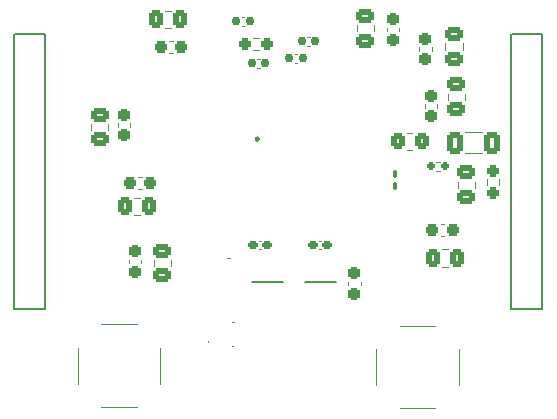
<source format=gto>
G04 #@! TF.GenerationSoftware,KiCad,Pcbnew,8.0.0-rc1-6-gb7460f29b4*
G04 #@! TF.CreationDate,2025-03-10T21:44:44+01:00*
G04 #@! TF.ProjectId,LO_daughter,4c4f5f64-6175-4676-9874-65722e6b6963,rev?*
G04 #@! TF.SameCoordinates,Original*
G04 #@! TF.FileFunction,Legend,Top*
G04 #@! TF.FilePolarity,Positive*
%FSLAX46Y46*%
G04 Gerber Fmt 4.6, Leading zero omitted, Abs format (unit mm)*
G04 Created by KiCad (PCBNEW 8.0.0-rc1-6-gb7460f29b4) date 2025-03-10 21:44:44*
%MOMM*%
%LPD*%
G01*
G04 APERTURE LIST*
G04 Aperture macros list*
%AMRoundRect*
0 Rectangle with rounded corners*
0 $1 Rounding radius*
0 $2 $3 $4 $5 $6 $7 $8 $9 X,Y pos of 4 corners*
0 Add a 4 corners polygon primitive as box body*
4,1,4,$2,$3,$4,$5,$6,$7,$8,$9,$2,$3,0*
0 Add four circle primitives for the rounded corners*
1,1,$1+$1,$2,$3*
1,1,$1+$1,$4,$5*
1,1,$1+$1,$6,$7*
1,1,$1+$1,$8,$9*
0 Add four rect primitives between the rounded corners*
20,1,$1+$1,$2,$3,$4,$5,0*
20,1,$1+$1,$4,$5,$6,$7,0*
20,1,$1+$1,$6,$7,$8,$9,0*
20,1,$1+$1,$8,$9,$2,$3,0*%
G04 Aperture macros list end*
%ADD10C,0.120000*%
%ADD11C,0.100000*%
%ADD12C,0.200000*%
%ADD13C,0.050000*%
%ADD14C,0.250000*%
%ADD15RoundRect,0.237500X-0.237500X0.250000X-0.237500X-0.250000X0.237500X-0.250000X0.237500X0.250000X0*%
%ADD16R,1.065000X0.360000*%
%ADD17R,0.710000X0.360000*%
%ADD18R,0.410000X1.780000*%
%ADD19RoundRect,0.237500X-0.237500X0.300000X-0.237500X-0.300000X0.237500X-0.300000X0.237500X0.300000X0*%
%ADD20R,3.180000X1.040000*%
%ADD21RoundRect,0.250000X0.337500X0.475000X-0.337500X0.475000X-0.337500X-0.475000X0.337500X-0.475000X0*%
%ADD22RoundRect,0.100000X0.100000X-0.217500X0.100000X0.217500X-0.100000X0.217500X-0.100000X-0.217500X0*%
%ADD23RoundRect,0.250000X-0.337500X-0.475000X0.337500X-0.475000X0.337500X0.475000X-0.337500X0.475000X0*%
%ADD24C,2.400000*%
%ADD25RoundRect,0.160000X0.222500X0.160000X-0.222500X0.160000X-0.222500X-0.160000X0.222500X-0.160000X0*%
%ADD26RoundRect,0.250000X-0.475000X0.337500X-0.475000X-0.337500X0.475000X-0.337500X0.475000X0.337500X0*%
%ADD27RoundRect,0.237500X-0.300000X-0.237500X0.300000X-0.237500X0.300000X0.237500X-0.300000X0.237500X0*%
%ADD28RoundRect,0.237500X-0.250000X-0.237500X0.250000X-0.237500X0.250000X0.237500X-0.250000X0.237500X0*%
%ADD29R,0.500000X0.400000*%
%ADD30RoundRect,0.250000X-0.412500X-0.650000X0.412500X-0.650000X0.412500X0.650000X-0.412500X0.650000X0*%
%ADD31RoundRect,0.160000X-0.222500X-0.160000X0.222500X-0.160000X0.222500X0.160000X-0.222500X0.160000X0*%
%ADD32RoundRect,0.160000X0.197500X0.160000X-0.197500X0.160000X-0.197500X-0.160000X0.197500X-0.160000X0*%
%ADD33RoundRect,0.237500X0.300000X0.237500X-0.300000X0.237500X-0.300000X-0.237500X0.300000X-0.237500X0*%
%ADD34R,2.100000X2.100000*%
%ADD35C,2.100000*%
%ADD36RoundRect,0.155000X-0.212500X-0.155000X0.212500X-0.155000X0.212500X0.155000X-0.212500X0.155000X0*%
%ADD37RoundRect,0.155000X0.212500X0.155000X-0.212500X0.155000X-0.212500X-0.155000X0.212500X-0.155000X0*%
%ADD38R,0.800000X0.300000*%
%ADD39R,0.300000X0.800000*%
%ADD40R,3.750000X3.750000*%
%ADD41RoundRect,0.250000X0.475000X-0.337500X0.475000X0.337500X-0.475000X0.337500X-0.475000X-0.337500X0*%
%ADD42RoundRect,0.250000X0.350000X0.450000X-0.350000X0.450000X-0.350000X-0.450000X0.350000X-0.450000X0*%
%ADD43RoundRect,0.237500X0.237500X-0.300000X0.237500X0.300000X-0.237500X0.300000X-0.237500X-0.300000X0*%
G04 APERTURE END LIST*
D10*
X171507500Y-96045276D02*
X171507500Y-96554724D01*
X172552500Y-96045276D02*
X172552500Y-96554724D01*
D11*
X147940000Y-109790000D02*
X147940000Y-109790000D01*
X147940000Y-109890000D02*
X147940000Y-109890000D01*
X150040000Y-110190000D02*
X149940000Y-110190000D01*
X150140000Y-108190000D02*
X149940000Y-108190000D01*
X147940000Y-109790000D02*
G75*
G02*
X147940000Y-109890000I0J-50000D01*
G01*
X147940000Y-109890000D02*
G75*
G02*
X147940000Y-109790000I0J50000D01*
G01*
D10*
X140287500Y-91336233D02*
X140287500Y-91628767D01*
X141307500Y-91336233D02*
X141307500Y-91628767D01*
D12*
X158715000Y-104750000D02*
X156125000Y-104750000D01*
D10*
X142158752Y-97642500D02*
X141636248Y-97642500D01*
X142158752Y-99112500D02*
X141636248Y-99112500D01*
X144268748Y-81825000D02*
X144791252Y-81825000D01*
X144268748Y-83295000D02*
X144791252Y-83295000D01*
D12*
X154255000Y-104770000D02*
X151665000Y-104770000D01*
D10*
X167728748Y-102005000D02*
X168251252Y-102005000D01*
X167728748Y-103475000D02*
X168251252Y-103475000D01*
D11*
X162170000Y-110490000D02*
X162170000Y-113490000D01*
X164170000Y-108490000D02*
X167170000Y-108490000D01*
X164170000Y-115490000D02*
X167170000Y-115490000D01*
X169170000Y-110490000D02*
X169170000Y-113490000D01*
D10*
X152430200Y-101280000D02*
X152229800Y-101280000D01*
X152430200Y-102000000D02*
X152229800Y-102000000D01*
X143315000Y-102918748D02*
X143315000Y-103441252D01*
X144785000Y-102918748D02*
X144785000Y-103441252D01*
X144623733Y-84360000D02*
X144916267Y-84360000D01*
X144623733Y-85380000D02*
X144916267Y-85380000D01*
X151715276Y-84107500D02*
X152224724Y-84107500D01*
X151715276Y-85152500D02*
X152224724Y-85152500D01*
X138022500Y-91391248D02*
X138022500Y-91913752D01*
X139492500Y-91391248D02*
X139492500Y-91913752D01*
X141230000Y-102891233D02*
X141230000Y-103183767D01*
X142250000Y-102891233D02*
X142250000Y-103183767D01*
D13*
X149510000Y-102790000D02*
X149810000Y-102790000D01*
D10*
X169718748Y-92070000D02*
X171141252Y-92070000D01*
X169718748Y-93890000D02*
X171141252Y-93890000D01*
X157299800Y-101310000D02*
X157500200Y-101310000D01*
X157299800Y-102030000D02*
X157500200Y-102030000D01*
X167567621Y-94610000D02*
X167232379Y-94610000D01*
X167567621Y-95370000D02*
X167232379Y-95370000D01*
X142313767Y-95907500D02*
X142021233Y-95907500D01*
X142313767Y-96927500D02*
X142021233Y-96927500D01*
X166300000Y-89733733D02*
X166300000Y-90026267D01*
X167320000Y-89733733D02*
X167320000Y-90026267D01*
X160505000Y-83048748D02*
X160505000Y-83571252D01*
X161975000Y-83048748D02*
X161975000Y-83571252D01*
X159810000Y-104773733D02*
X159810000Y-105066267D01*
X160830000Y-104773733D02*
X160830000Y-105066267D01*
D12*
X173610000Y-83787500D02*
X173610000Y-107032500D01*
X173610000Y-107032500D02*
X176180000Y-107052500D01*
X176180000Y-107052500D02*
X176225000Y-83787500D01*
X176225000Y-83787500D02*
X173685000Y-83787500D01*
D10*
X167623733Y-99900000D02*
X167916267Y-99900000D01*
X167623733Y-100920000D02*
X167916267Y-100920000D01*
X150754165Y-82350000D02*
X150985835Y-82350000D01*
X150754165Y-83070000D02*
X150985835Y-83070000D01*
X156545835Y-84060000D02*
X156314165Y-84060000D01*
X156545835Y-84780000D02*
X156314165Y-84780000D01*
D14*
X152215000Y-92680000D02*
G75*
G02*
X151965000Y-92680000I-125000J0D01*
G01*
X151965000Y-92680000D02*
G75*
G02*
X152215000Y-92680000I125000J0D01*
G01*
D10*
X155254165Y-85490000D02*
X155485835Y-85490000D01*
X155254165Y-86210000D02*
X155485835Y-86210000D01*
X168025000Y-85101252D02*
X168025000Y-84578748D01*
X169495000Y-85101252D02*
X169495000Y-84578748D01*
X163060000Y-83273733D02*
X163060000Y-83566267D01*
X164080000Y-83273733D02*
X164080000Y-83566267D01*
X169065000Y-96278748D02*
X169065000Y-96801252D01*
X170535000Y-96278748D02*
X170535000Y-96801252D01*
D11*
X136880000Y-110380000D02*
X136880000Y-113380000D01*
X138880000Y-108380000D02*
X141880000Y-108380000D01*
X138880000Y-115380000D02*
X141880000Y-115380000D01*
X143880000Y-110380000D02*
X143880000Y-113380000D01*
D10*
X168215000Y-88838748D02*
X168215000Y-89361252D01*
X169685000Y-88838748D02*
X169685000Y-89361252D01*
X165227064Y-92155000D02*
X164772936Y-92155000D01*
X165227064Y-93625000D02*
X164772936Y-93625000D01*
D12*
X131530000Y-83787500D02*
X131530000Y-107032500D01*
X131530000Y-107032500D02*
X134100000Y-107052500D01*
X134100000Y-107052500D02*
X134145000Y-83787500D01*
X134145000Y-83787500D02*
X131605000Y-83787500D01*
D10*
X165822500Y-85196267D02*
X165822500Y-84903733D01*
X166842500Y-85196267D02*
X166842500Y-84903733D01*
X152064165Y-85920000D02*
X152295835Y-85920000D01*
X152064165Y-86640000D02*
X152295835Y-86640000D01*
%LPC*%
D15*
X172030000Y-95387500D03*
X172030000Y-97212500D03*
D16*
X148903000Y-109900000D03*
D17*
X148725000Y-109190000D03*
D16*
X148903000Y-108480000D03*
D17*
X150555000Y-108480000D03*
D16*
X150377000Y-109190000D03*
D17*
X150555000Y-109900000D03*
D18*
X149640000Y-109190000D03*
D19*
X140797500Y-90620000D03*
X140797500Y-92345000D03*
D20*
X157420000Y-103410000D03*
X157420000Y-106090000D03*
D21*
X142935000Y-98377500D03*
X140860000Y-98377500D03*
D22*
X163710000Y-96625000D03*
X163710000Y-95610000D03*
D23*
X143492500Y-82560000D03*
X145567500Y-82560000D03*
D20*
X152960000Y-103430000D03*
X152960000Y-106110000D03*
D23*
X166952500Y-102740000D03*
X169027500Y-102740000D03*
D24*
X165670000Y-111990000D03*
X163130000Y-109450000D03*
X163130000Y-114530000D03*
X168210000Y-114530000D03*
X168210000Y-109450000D03*
D25*
X152902500Y-101640000D03*
X151757500Y-101640000D03*
D26*
X144050000Y-102142500D03*
X144050000Y-104217500D03*
D27*
X143907500Y-84870000D03*
X145632500Y-84870000D03*
D28*
X151057500Y-84630000D03*
X152882500Y-84630000D03*
D26*
X138757500Y-90615000D03*
X138757500Y-92690000D03*
D19*
X141740000Y-102175000D03*
X141740000Y-103900000D03*
D29*
X149660000Y-103190000D03*
X149660000Y-102390000D03*
D30*
X168867500Y-92980000D03*
X171992500Y-92980000D03*
D31*
X156827500Y-101670000D03*
X157972500Y-101670000D03*
D32*
X167997500Y-94990000D03*
X166802500Y-94990000D03*
D33*
X143030000Y-96417500D03*
X141305000Y-96417500D03*
D19*
X166810000Y-89017500D03*
X166810000Y-90742500D03*
D26*
X161240000Y-82272500D03*
X161240000Y-84347500D03*
D19*
X160320000Y-104057500D03*
X160320000Y-105782500D03*
D34*
X174910000Y-105607500D03*
D35*
X174910000Y-103067500D03*
X174910000Y-100527500D03*
X174910000Y-97987500D03*
X174910000Y-95447500D03*
X174885000Y-92907500D03*
X174885000Y-90367500D03*
X174885000Y-87827500D03*
X174885000Y-85282500D03*
D27*
X166907500Y-100410000D03*
X168632500Y-100410000D03*
D36*
X150302500Y-82710000D03*
X151437500Y-82710000D03*
D37*
X156997500Y-84420000D03*
X155862500Y-84420000D03*
D38*
X152490000Y-93430000D03*
X152490000Y-93930000D03*
X152490000Y-94430000D03*
X152490000Y-94930000D03*
X152490000Y-95430000D03*
X152490000Y-95930000D03*
X152490000Y-96430000D03*
X152490000Y-96930000D03*
D39*
X153240000Y-97680000D03*
X153740000Y-97680000D03*
X154240000Y-97680000D03*
X154740000Y-97680000D03*
X155240000Y-97680000D03*
X155740000Y-97680000D03*
X156240000Y-97680000D03*
X156740000Y-97680000D03*
D38*
X157490000Y-96930000D03*
X157490000Y-96430000D03*
X157490000Y-95930000D03*
X157490000Y-95430000D03*
X157490000Y-94930000D03*
X157490000Y-94430000D03*
X157490000Y-93930000D03*
X157490000Y-93430000D03*
D39*
X156740000Y-92680000D03*
X156240000Y-92680000D03*
X155740000Y-92680000D03*
X155240000Y-92680000D03*
X154740000Y-92680000D03*
X154240000Y-92680000D03*
X153740000Y-92680000D03*
X153240000Y-92680000D03*
D40*
X154990000Y-95180000D03*
D36*
X154802500Y-85850000D03*
X155937500Y-85850000D03*
D41*
X168760000Y-85877500D03*
X168760000Y-83802500D03*
D19*
X163570000Y-82557500D03*
X163570000Y-84282500D03*
D26*
X169800000Y-95502500D03*
X169800000Y-97577500D03*
D24*
X140380000Y-111880000D03*
X137840000Y-109340000D03*
X137840000Y-114420000D03*
X142920000Y-114420000D03*
X142920000Y-109340000D03*
D26*
X168950000Y-88062500D03*
X168950000Y-90137500D03*
D42*
X166000000Y-92890000D03*
X164000000Y-92890000D03*
D34*
X132830000Y-105607500D03*
D35*
X132830000Y-103067500D03*
X132830000Y-100527500D03*
X132830000Y-97987500D03*
X132830000Y-95447500D03*
X132805000Y-92907500D03*
X132805000Y-90367500D03*
X132805000Y-87827500D03*
X132805000Y-85282500D03*
D43*
X166332500Y-85912500D03*
X166332500Y-84187500D03*
D36*
X151612500Y-86280000D03*
X152747500Y-86280000D03*
%LPD*%
M02*

</source>
